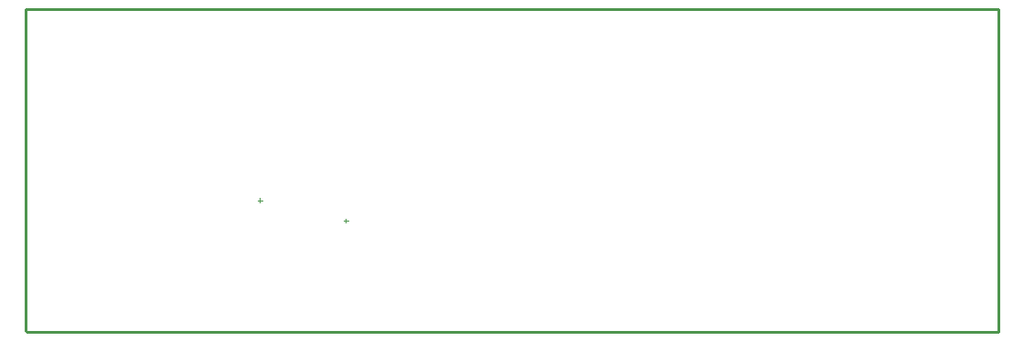
<source format=gm1>
%FSTAX23Y23*%
%MOIN*%
%SFA1B1*%

%IPPOS*%
%ADD22C,0.010000*%
%ADD27C,0.003900*%
%LNuzcar-1*%
%LPD*%
G54D22*
X02301Y02234D02*
Y03411D01*
X02304Y02232D02*
X05847D01*
X02301Y03411D02*
X05846D01*
Y02234D02*
Y03411D01*
X02301Y02234D02*
Y03411D01*
X02304Y02232D02*
X05847D01*
X02301Y03411D02*
X05846D01*
Y02234D02*
Y03411D01*
G54D27*
X0346Y02636D02*
X03476D01*
X03468Y02629D02*
Y02644D01*
X03155Y02704D02*
Y02719D01*
X03148Y02712D02*
X03163D01*
X0346Y02636D02*
X03476D01*
X03468Y02629D02*
Y02644D01*
X03155Y02704D02*
Y02719D01*
X03148Y02712D02*
X03163D01*
M02*
</source>
